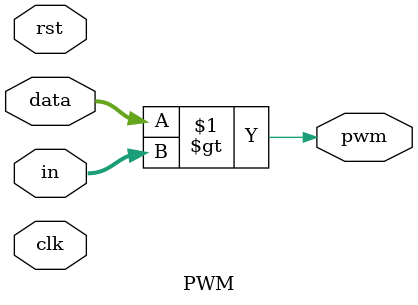
<source format=v>
module PWM( 
	input clk, rst, 
	input signed [7:0] data,in, 
	output pwm
);
//   	reg [7:0] cnt;
// 
//initial cnt = 8'b0;
//   
//always@(posedge clk) begin
//      if(rst) cnt <= 8'b0;
//      else cnt <= cnt + 8'd1;
//   end
//
   	assign pwm = (data > in);

endmodule



//module PWM( 
//	input clk, rst, 
//	input signed [7:0] data,
//   	output pwmp, pwmn
//);
//   	reg signed [7:0] cnt;
// 
//initial cnt = 8'sb0;
//   
//always@(posedge clk) begin
//      if(rst) cnt <= 8'sb0;
//      else cnt <= cnt + 8'sb1;
//   end
//   
//assign pwmp = (data > cnt);
//assign pwmn = (-data > cnt);
//
//endmodule
//
//module Deadtime(
//	input clk, 
//	input in, 
//	output out
//);
//   reg [3:0] cnt; 
//
//initial cnt = 4'b0;
//
//always@(posedge clk) begin
//      if(in) begin
//         if(cnt < 4'd10)
//            cnt <= cnt + 4'b1;
//      end
//      else cnt <= 4'b0;
//   end
//   
//assign out = (cnt == 4'd10);
//
////PWM the_pwm(clk, 1'b0, data, pwmp, pwmn);
////wire pup, plo, nup, nlo;
////Deadtime pos_up_dt(clk, pwmp, pup);
////Deadtime pos_lo_dt(clk, ~pwmp, plo);
////Deadtime neg_up_dt(clk, pwmn, nup);
////Deadtime neg_lo_dt(clk, ~pwmn, nlo);
////
//
//endmodule
//



</source>
